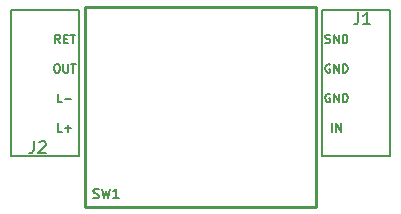
<source format=gbr>
%TF.GenerationSoftware,KiCad,Pcbnew,9.0.2*%
%TF.CreationDate,2025-07-08T13:29:16-05:00*%
%TF.ProjectId,3PDT Footswitch,33504454-2046-46f6-9f74-737769746368,rev?*%
%TF.SameCoordinates,Original*%
%TF.FileFunction,Legend,Top*%
%TF.FilePolarity,Positive*%
%FSLAX46Y46*%
G04 Gerber Fmt 4.6, Leading zero omitted, Abs format (unit mm)*
G04 Created by KiCad (PCBNEW 9.0.2) date 2025-07-08 13:29:16*
%MOMM*%
%LPD*%
G01*
G04 APERTURE LIST*
%ADD10C,0.152400*%
%ADD11C,0.150000*%
%ADD12C,0.200000*%
%ADD13C,0.254000*%
G04 APERTURE END LIST*
D10*
X36364333Y26498243D02*
X36296600Y26532110D01*
X36296600Y26532110D02*
X36195000Y26532110D01*
X36195000Y26532110D02*
X36093400Y26498243D01*
X36093400Y26498243D02*
X36025667Y26430510D01*
X36025667Y26430510D02*
X35991800Y26362777D01*
X35991800Y26362777D02*
X35957933Y26227310D01*
X35957933Y26227310D02*
X35957933Y26125710D01*
X35957933Y26125710D02*
X35991800Y25990243D01*
X35991800Y25990243D02*
X36025667Y25922510D01*
X36025667Y25922510D02*
X36093400Y25854777D01*
X36093400Y25854777D02*
X36195000Y25820910D01*
X36195000Y25820910D02*
X36262733Y25820910D01*
X36262733Y25820910D02*
X36364333Y25854777D01*
X36364333Y25854777D02*
X36398200Y25888643D01*
X36398200Y25888643D02*
X36398200Y26125710D01*
X36398200Y26125710D02*
X36262733Y26125710D01*
X36703000Y25820910D02*
X36703000Y26532110D01*
X36703000Y26532110D02*
X37109400Y25820910D01*
X37109400Y25820910D02*
X37109400Y26532110D01*
X37448067Y25820910D02*
X37448067Y26532110D01*
X37448067Y26532110D02*
X37617400Y26532110D01*
X37617400Y26532110D02*
X37719000Y26498243D01*
X37719000Y26498243D02*
X37786734Y26430510D01*
X37786734Y26430510D02*
X37820600Y26362777D01*
X37820600Y26362777D02*
X37854467Y26227310D01*
X37854467Y26227310D02*
X37854467Y26125710D01*
X37854467Y26125710D02*
X37820600Y25990243D01*
X37820600Y25990243D02*
X37786734Y25922510D01*
X37786734Y25922510D02*
X37719000Y25854777D01*
X37719000Y25854777D02*
X37617400Y25820910D01*
X37617400Y25820910D02*
X37448067Y25820910D01*
X36533666Y23320910D02*
X36533666Y24032110D01*
X36872333Y23320910D02*
X36872333Y24032110D01*
X36872333Y24032110D02*
X37278733Y23320910D01*
X37278733Y23320910D02*
X37278733Y24032110D01*
X36364333Y28998243D02*
X36296600Y29032110D01*
X36296600Y29032110D02*
X36195000Y29032110D01*
X36195000Y29032110D02*
X36093400Y28998243D01*
X36093400Y28998243D02*
X36025667Y28930510D01*
X36025667Y28930510D02*
X35991800Y28862777D01*
X35991800Y28862777D02*
X35957933Y28727310D01*
X35957933Y28727310D02*
X35957933Y28625710D01*
X35957933Y28625710D02*
X35991800Y28490243D01*
X35991800Y28490243D02*
X36025667Y28422510D01*
X36025667Y28422510D02*
X36093400Y28354777D01*
X36093400Y28354777D02*
X36195000Y28320910D01*
X36195000Y28320910D02*
X36262733Y28320910D01*
X36262733Y28320910D02*
X36364333Y28354777D01*
X36364333Y28354777D02*
X36398200Y28388643D01*
X36398200Y28388643D02*
X36398200Y28625710D01*
X36398200Y28625710D02*
X36262733Y28625710D01*
X36703000Y28320910D02*
X36703000Y29032110D01*
X36703000Y29032110D02*
X37109400Y28320910D01*
X37109400Y28320910D02*
X37109400Y29032110D01*
X37448067Y28320910D02*
X37448067Y29032110D01*
X37448067Y29032110D02*
X37617400Y29032110D01*
X37617400Y29032110D02*
X37719000Y28998243D01*
X37719000Y28998243D02*
X37786734Y28930510D01*
X37786734Y28930510D02*
X37820600Y28862777D01*
X37820600Y28862777D02*
X37854467Y28727310D01*
X37854467Y28727310D02*
X37854467Y28625710D01*
X37854467Y28625710D02*
X37820600Y28490243D01*
X37820600Y28490243D02*
X37786734Y28422510D01*
X37786734Y28422510D02*
X37719000Y28354777D01*
X37719000Y28354777D02*
X37617400Y28320910D01*
X37617400Y28320910D02*
X37448067Y28320910D01*
X13673667Y23320910D02*
X13335000Y23320910D01*
X13335000Y23320910D02*
X13335000Y24032110D01*
X13910733Y23591843D02*
X14452600Y23591843D01*
X14181666Y23320910D02*
X14181666Y23862777D01*
X13521266Y30820910D02*
X13284199Y31159577D01*
X13114866Y30820910D02*
X13114866Y31532110D01*
X13114866Y31532110D02*
X13385799Y31532110D01*
X13385799Y31532110D02*
X13453533Y31498243D01*
X13453533Y31498243D02*
X13487399Y31464377D01*
X13487399Y31464377D02*
X13521266Y31396643D01*
X13521266Y31396643D02*
X13521266Y31295043D01*
X13521266Y31295043D02*
X13487399Y31227310D01*
X13487399Y31227310D02*
X13453533Y31193443D01*
X13453533Y31193443D02*
X13385799Y31159577D01*
X13385799Y31159577D02*
X13114866Y31159577D01*
X13826066Y31193443D02*
X14063133Y31193443D01*
X14164733Y30820910D02*
X13826066Y30820910D01*
X13826066Y30820910D02*
X13826066Y31532110D01*
X13826066Y31532110D02*
X14164733Y31532110D01*
X14367933Y31532110D02*
X14774333Y31532110D01*
X14571133Y30820910D02*
X14571133Y31532110D01*
X35974866Y30854777D02*
X36076466Y30820910D01*
X36076466Y30820910D02*
X36245800Y30820910D01*
X36245800Y30820910D02*
X36313533Y30854777D01*
X36313533Y30854777D02*
X36347400Y30888643D01*
X36347400Y30888643D02*
X36381266Y30956377D01*
X36381266Y30956377D02*
X36381266Y31024110D01*
X36381266Y31024110D02*
X36347400Y31091843D01*
X36347400Y31091843D02*
X36313533Y31125710D01*
X36313533Y31125710D02*
X36245800Y31159577D01*
X36245800Y31159577D02*
X36110333Y31193443D01*
X36110333Y31193443D02*
X36042600Y31227310D01*
X36042600Y31227310D02*
X36008733Y31261177D01*
X36008733Y31261177D02*
X35974866Y31328910D01*
X35974866Y31328910D02*
X35974866Y31396643D01*
X35974866Y31396643D02*
X36008733Y31464377D01*
X36008733Y31464377D02*
X36042600Y31498243D01*
X36042600Y31498243D02*
X36110333Y31532110D01*
X36110333Y31532110D02*
X36279666Y31532110D01*
X36279666Y31532110D02*
X36381266Y31498243D01*
X36686066Y30820910D02*
X36686066Y31532110D01*
X36686066Y31532110D02*
X37092466Y30820910D01*
X37092466Y30820910D02*
X37092466Y31532110D01*
X37431133Y30820910D02*
X37431133Y31532110D01*
X37431133Y31532110D02*
X37600466Y31532110D01*
X37600466Y31532110D02*
X37702066Y31498243D01*
X37702066Y31498243D02*
X37769800Y31430510D01*
X37769800Y31430510D02*
X37803666Y31362777D01*
X37803666Y31362777D02*
X37837533Y31227310D01*
X37837533Y31227310D02*
X37837533Y31125710D01*
X37837533Y31125710D02*
X37803666Y30990243D01*
X37803666Y30990243D02*
X37769800Y30922510D01*
X37769800Y30922510D02*
X37702066Y30854777D01*
X37702066Y30854777D02*
X37600466Y30820910D01*
X37600466Y30820910D02*
X37431133Y30820910D01*
X13182600Y29032110D02*
X13318066Y29032110D01*
X13318066Y29032110D02*
X13385800Y28998243D01*
X13385800Y28998243D02*
X13453533Y28930510D01*
X13453533Y28930510D02*
X13487400Y28795043D01*
X13487400Y28795043D02*
X13487400Y28557977D01*
X13487400Y28557977D02*
X13453533Y28422510D01*
X13453533Y28422510D02*
X13385800Y28354777D01*
X13385800Y28354777D02*
X13318066Y28320910D01*
X13318066Y28320910D02*
X13182600Y28320910D01*
X13182600Y28320910D02*
X13114866Y28354777D01*
X13114866Y28354777D02*
X13047133Y28422510D01*
X13047133Y28422510D02*
X13013266Y28557977D01*
X13013266Y28557977D02*
X13013266Y28795043D01*
X13013266Y28795043D02*
X13047133Y28930510D01*
X13047133Y28930510D02*
X13114866Y28998243D01*
X13114866Y28998243D02*
X13182600Y29032110D01*
X13792200Y29032110D02*
X13792200Y28456377D01*
X13792200Y28456377D02*
X13826067Y28388643D01*
X13826067Y28388643D02*
X13859933Y28354777D01*
X13859933Y28354777D02*
X13927667Y28320910D01*
X13927667Y28320910D02*
X14063133Y28320910D01*
X14063133Y28320910D02*
X14130867Y28354777D01*
X14130867Y28354777D02*
X14164733Y28388643D01*
X14164733Y28388643D02*
X14198600Y28456377D01*
X14198600Y28456377D02*
X14198600Y29032110D01*
X14435667Y29032110D02*
X14842067Y29032110D01*
X14638867Y28320910D02*
X14638867Y29032110D01*
X13673667Y25820910D02*
X13335000Y25820910D01*
X13335000Y25820910D02*
X13335000Y26532110D01*
X13910733Y26091843D02*
X14452600Y26091843D01*
D11*
X11299866Y22490780D02*
X11299866Y21776495D01*
X11299866Y21776495D02*
X11252247Y21633638D01*
X11252247Y21633638D02*
X11157009Y21538400D01*
X11157009Y21538400D02*
X11014152Y21490780D01*
X11014152Y21490780D02*
X10918914Y21490780D01*
X11728438Y22395542D02*
X11776057Y22443161D01*
X11776057Y22443161D02*
X11871295Y22490780D01*
X11871295Y22490780D02*
X12109390Y22490780D01*
X12109390Y22490780D02*
X12204628Y22443161D01*
X12204628Y22443161D02*
X12252247Y22395542D01*
X12252247Y22395542D02*
X12299866Y22300304D01*
X12299866Y22300304D02*
X12299866Y22205066D01*
X12299866Y22205066D02*
X12252247Y22062209D01*
X12252247Y22062209D02*
X11680819Y21490780D01*
X11680819Y21490780D02*
X12299866Y21490780D01*
X38757266Y33412780D02*
X38757266Y32698495D01*
X38757266Y32698495D02*
X38709647Y32555638D01*
X38709647Y32555638D02*
X38614409Y32460400D01*
X38614409Y32460400D02*
X38471552Y32412780D01*
X38471552Y32412780D02*
X38376314Y32412780D01*
X39757266Y32412780D02*
X39185838Y32412780D01*
X39471552Y32412780D02*
X39471552Y33412780D01*
X39471552Y33412780D02*
X39376314Y33269923D01*
X39376314Y33269923D02*
X39281076Y33174685D01*
X39281076Y33174685D02*
X39185838Y33127066D01*
D10*
X16315267Y17704613D02*
X16431381Y17665908D01*
X16431381Y17665908D02*
X16624905Y17665908D01*
X16624905Y17665908D02*
X16702314Y17704613D01*
X16702314Y17704613D02*
X16741019Y17743317D01*
X16741019Y17743317D02*
X16779724Y17820727D01*
X16779724Y17820727D02*
X16779724Y17898136D01*
X16779724Y17898136D02*
X16741019Y17975546D01*
X16741019Y17975546D02*
X16702314Y18014251D01*
X16702314Y18014251D02*
X16624905Y18052955D01*
X16624905Y18052955D02*
X16470086Y18091660D01*
X16470086Y18091660D02*
X16392676Y18130365D01*
X16392676Y18130365D02*
X16353971Y18169070D01*
X16353971Y18169070D02*
X16315267Y18246479D01*
X16315267Y18246479D02*
X16315267Y18323889D01*
X16315267Y18323889D02*
X16353971Y18401298D01*
X16353971Y18401298D02*
X16392676Y18440003D01*
X16392676Y18440003D02*
X16470086Y18478708D01*
X16470086Y18478708D02*
X16663609Y18478708D01*
X16663609Y18478708D02*
X16779724Y18440003D01*
X17050657Y18478708D02*
X17244181Y17665908D01*
X17244181Y17665908D02*
X17399000Y18246479D01*
X17399000Y18246479D02*
X17553819Y17665908D01*
X17553819Y17665908D02*
X17747343Y18478708D01*
X18482733Y17665908D02*
X18018276Y17665908D01*
X18250504Y17665908D02*
X18250504Y18478708D01*
X18250504Y18478708D02*
X18173095Y18362593D01*
X18173095Y18362593D02*
X18095685Y18285184D01*
X18095685Y18285184D02*
X18018276Y18246479D01*
D12*
%TO.C,J2*%
X9334000Y21232000D02*
X9334000Y33632000D01*
X15084000Y33632000D02*
X9334000Y33632000D01*
X15084000Y21232000D02*
X9384000Y21232000D01*
X15084000Y21232000D02*
X15084000Y33632000D01*
%TO.C,J1*%
X35716000Y33632000D02*
X35716000Y21232000D01*
X35716000Y33632000D02*
X41416000Y33632000D01*
X35716000Y21232000D02*
X41466000Y21232000D01*
X41466000Y33632000D02*
X41466000Y21232000D01*
D13*
%TO.C,SW1*%
X15600000Y33900000D02*
X35200000Y33900000D01*
X15600000Y16900000D02*
X15600000Y33900000D01*
X15600000Y16900000D02*
X35200000Y16900000D01*
X35200000Y16900000D02*
X35200000Y33900000D01*
%TD*%
M02*

</source>
